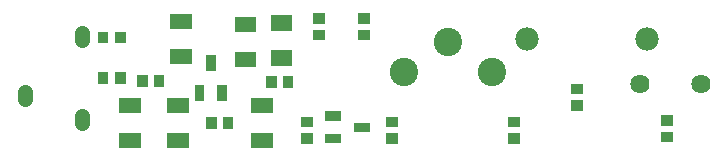
<source format=gts>
G04 Layer: TopSolderMaskLayer*
G04 EasyEDA v6.4.25, 2021-11-26T00:29:10--8:00*
G04 0dbdd77669684f62939db12cf9e3c97e,10*
G04 Gerber Generator version 0.2*
G04 Scale: 100 percent, Rotated: No, Reflected: No *
G04 Dimensions in millimeters *
G04 leading zeros omitted , absolute positions ,4 integer and 5 decimal *
%FSLAX45Y45*%
%MOMM*%

%ADD26C,1.3016*%
%ADD29C,2.4032*%
%ADD30C,1.9812*%
%ADD31C,1.6256*%

%LPD*%
D26*
X2348204Y-989611D02*
G01*
X2348204Y-929612D01*
X2348204Y-289613D02*
G01*
X2348204Y-229613D01*
X1868195Y-789612D02*
G01*
X1868195Y-729612D01*
G36*
X2958591Y-685037D02*
G01*
X2958591Y-584962D01*
X3048761Y-584962D01*
X3048761Y-685037D01*
G37*
G36*
X2818638Y-685037D02*
G01*
X2818638Y-584962D01*
X2908808Y-584962D01*
X2908808Y-685037D01*
G37*
G36*
X3542791Y-1040637D02*
G01*
X3542791Y-940562D01*
X3632961Y-940562D01*
X3632961Y-1040637D01*
G37*
G36*
X3402838Y-1040637D02*
G01*
X3402838Y-940562D01*
X3493008Y-940562D01*
X3493008Y-1040637D01*
G37*
G36*
X4204461Y-1029207D02*
G01*
X4204461Y-939037D01*
X4304538Y-939037D01*
X4304538Y-1029207D01*
G37*
G36*
X4204461Y-1169162D02*
G01*
X4204461Y-1078992D01*
X4304538Y-1078992D01*
X4304538Y-1169162D01*
G37*
G36*
X4050791Y-697737D02*
G01*
X4050791Y-597662D01*
X4140961Y-597662D01*
X4140961Y-697737D01*
G37*
G36*
X3910838Y-697737D02*
G01*
X3910838Y-597662D01*
X4001008Y-597662D01*
X4001008Y-697737D01*
G37*
G36*
X4306061Y-152907D02*
G01*
X4306061Y-62737D01*
X4406138Y-62737D01*
X4406138Y-152907D01*
G37*
G36*
X4306061Y-292862D02*
G01*
X4306061Y-202692D01*
X4406138Y-202692D01*
X4406138Y-292862D01*
G37*
G36*
X4687061Y-152907D02*
G01*
X4687061Y-62737D01*
X4787138Y-62737D01*
X4787138Y-152907D01*
G37*
G36*
X4687061Y-292862D02*
G01*
X4687061Y-202692D01*
X4787138Y-202692D01*
X4787138Y-292862D01*
G37*
D29*
G01*
X5823305Y-558800D03*
G01*
X5073294Y-558800D03*
G01*
X5448300Y-308813D03*
G36*
X4928361Y-1029207D02*
G01*
X4928361Y-939037D01*
X5028438Y-939037D01*
X5028438Y-1029207D01*
G37*
G36*
X4928361Y-1169162D02*
G01*
X4928361Y-1078992D01*
X5028438Y-1078992D01*
X5028438Y-1169162D01*
G37*
G36*
X6490461Y-749807D02*
G01*
X6490461Y-659637D01*
X6590538Y-659637D01*
X6590538Y-749807D01*
G37*
G36*
X6490461Y-889762D02*
G01*
X6490461Y-799592D01*
X6590538Y-799592D01*
X6590538Y-889762D01*
G37*
G36*
X5957061Y-1029207D02*
G01*
X5957061Y-939037D01*
X6057138Y-939037D01*
X6057138Y-1029207D01*
G37*
G36*
X5957061Y-1169162D02*
G01*
X5957061Y-1078992D01*
X6057138Y-1078992D01*
X6057138Y-1169162D01*
G37*
G36*
X7252461Y-1016507D02*
G01*
X7252461Y-926337D01*
X7352538Y-926337D01*
X7352538Y-1016507D01*
G37*
G36*
X7252461Y-1156462D02*
G01*
X7252461Y-1066292D01*
X7352538Y-1066292D01*
X7352538Y-1156462D01*
G37*
D30*
G01*
X6121400Y-279400D03*
G01*
X7137400Y-279400D03*
D31*
G01*
X7073900Y-660400D03*
G36*
X3401568Y-552195D02*
G01*
X3401568Y-417068D01*
X3481831Y-417068D01*
X3481831Y-552195D01*
G37*
G36*
X3496563Y-802131D02*
G01*
X3496563Y-667004D01*
X3576827Y-667004D01*
X3576827Y-802131D01*
G37*
G36*
X3306572Y-802131D02*
G01*
X3306572Y-667004D01*
X3386836Y-667004D01*
X3386836Y-802131D01*
G37*
G36*
X4654804Y-1068831D02*
G01*
X4654804Y-988568D01*
X4789931Y-988568D01*
X4789931Y-1068831D01*
G37*
G36*
X4404868Y-1163828D02*
G01*
X4404868Y-1083563D01*
X4539995Y-1083563D01*
X4539995Y-1163828D01*
G37*
G36*
X4404868Y-973836D02*
G01*
X4404868Y-893571D01*
X4539995Y-893571D01*
X4539995Y-973836D01*
G37*
G36*
X2633472Y-657860D02*
G01*
X2633472Y-561339D01*
X2724150Y-561339D01*
X2724150Y-657860D01*
G37*
G36*
X2482850Y-657860D02*
G01*
X2482850Y-561339D01*
X2573527Y-561339D01*
X2573527Y-657860D01*
G37*
G36*
X2633472Y-314960D02*
G01*
X2633472Y-218439D01*
X2724150Y-218439D01*
X2724150Y-314960D01*
G37*
G36*
X2482850Y-314960D02*
G01*
X2482850Y-218439D01*
X2573527Y-218439D01*
X2573527Y-314960D01*
G37*
G36*
X2665729Y-908304D02*
G01*
X2665729Y-777239D01*
X2846070Y-777239D01*
X2846070Y-908304D01*
G37*
G36*
X2665729Y-1203960D02*
G01*
X2665729Y-1072895D01*
X2846070Y-1072895D01*
X2846070Y-1203960D01*
G37*
G36*
X3072129Y-908304D02*
G01*
X3072129Y-777239D01*
X3252470Y-777239D01*
X3252470Y-908304D01*
G37*
G36*
X3072129Y-1203960D02*
G01*
X3072129Y-1072895D01*
X3252470Y-1072895D01*
X3252470Y-1203960D01*
G37*
G36*
X3783329Y-908304D02*
G01*
X3783329Y-777239D01*
X3963670Y-777239D01*
X3963670Y-908304D01*
G37*
G36*
X3783329Y-1203960D02*
G01*
X3783329Y-1072895D01*
X3963670Y-1072895D01*
X3963670Y-1203960D01*
G37*
G36*
X3097529Y-197104D02*
G01*
X3097529Y-66039D01*
X3277870Y-66039D01*
X3277870Y-197104D01*
G37*
G36*
X3097529Y-492760D02*
G01*
X3097529Y-361695D01*
X3277870Y-361695D01*
X3277870Y-492760D01*
G37*
G36*
X3643629Y-222504D02*
G01*
X3643629Y-91439D01*
X3823970Y-91439D01*
X3823970Y-222504D01*
G37*
G36*
X3643629Y-518160D02*
G01*
X3643629Y-387095D01*
X3823970Y-387095D01*
X3823970Y-518160D01*
G37*
G36*
X3948429Y-209804D02*
G01*
X3948429Y-78739D01*
X4128770Y-78739D01*
X4128770Y-209804D01*
G37*
G36*
X3948429Y-505460D02*
G01*
X3948429Y-374395D01*
X4128770Y-374395D01*
X4128770Y-505460D01*
G37*
G01*
X7594600Y-660400D03*
M02*

</source>
